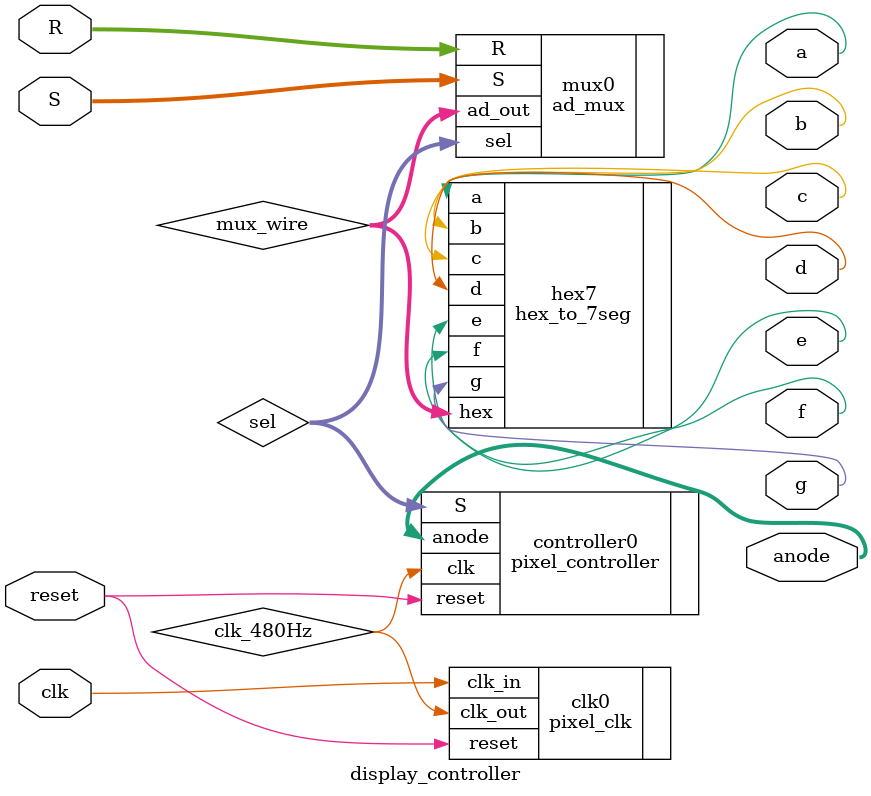
<source format=v>
`timescale 1ns / 1ps
module display_controller(clk, reset, S, R, anode, a, b, c, d, e, f, g);

    // Input declarations
    input 		   clk , reset ;
    input  [15:0] S, R ;

    // Output declarations
    output [7:0] anode;
    output       a , b , c , d , e , f , g ;

    // Temp wires to pass binary data from module to module
    wire         clk_480Hz;
    wire   [2:0] sel;
    wire   [3:0] mux_wire;

    // Instantiate pixel clock to divide the default clock of 100MHz to 480Hz
	 // The reason for using a 480Hz clock is to refresh the 7Segments on the 
	 // FPGA board
    pixel_clk        clk0        ( .clk_in(clk) , 
						                 .reset(reset) , 
						                 .clk_out(clk_480Hz)) ;

	// Instantiate Pixel Controller
   // A Finite State Machine(FSM) counting up states
   // and outputs a select variable(S) that sends 
	// 3-bits of data to the 8-1 mux module to perform data selection on 
	// which inputs are to be selected in order to be represented on the display
    pixel_controller controller0 ( .clk(clk_480Hz) , 
										     .reset(reset) , 
											  .S(sel) , 
											  .anode(anode)) ;

    // Instantiates an address mux that sends 4-bit value to the 7 segment
	 // module. This 8-1 mux sends a nibble(4-bits) to the 
	 // Hex_to_7seg module to choose the correct segments to display on the board
	 ad_mux           mux0        ( .R(R) , 
											  .sel(sel) , 
											  .S(S) , 
											  .ad_out(mux_wire)) ;


    // Instantiate the hex to 7 segment to display the values onto the board 
    hex_to_7seg      hex7        ( .hex(mux_wire), 
											  .a(a) , .b(b) , .c(c) , .d(d) , 
											  .e(e) , .f(f) , .g(g));

endmodule // end of display controller module
</source>
